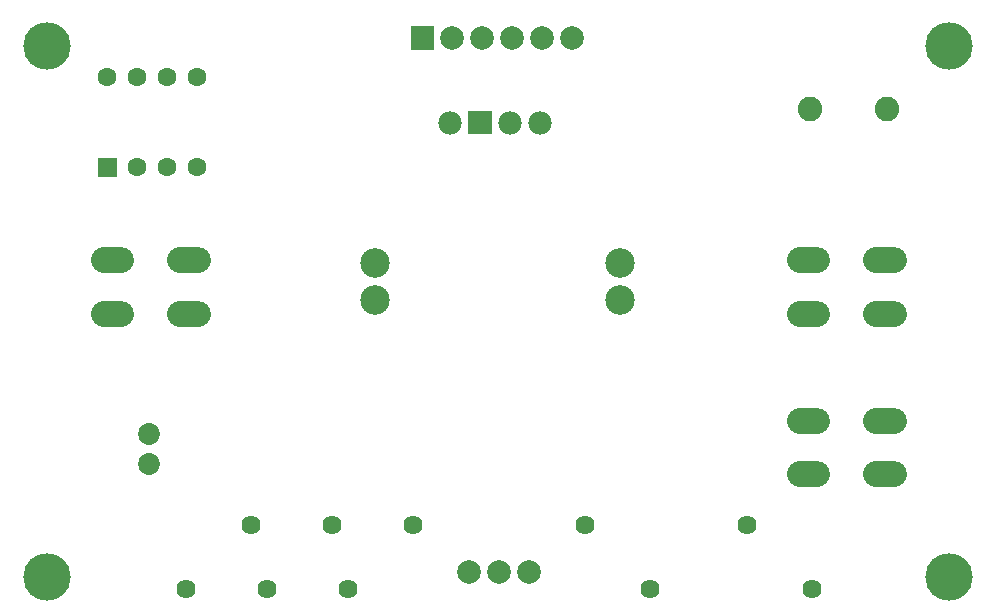
<source format=gts>
G04 Layer: TopSolderMaskLayer*
G04 EasyEDA v6.4.7, 2020-11-20T12:49:30+01:00*
G04 3459f72c1cfb4ed1b42eaf7d9b2f9cca,50b924b206514efda7368a069ed08794,10*
G04 Gerber Generator version 0.2*
G04 Scale: 100 percent, Rotated: No, Reflected: No *
G04 Dimensions in millimeters *
G04 leading zeros omitted , absolute positions ,3 integer and 3 decimal *
%FSLAX33Y33*%
%MOMM*%
G90*
D02*

%ADD40C,2.203196*%
%ADD41C,4.013200*%
%ADD42C,1.981200*%
%ADD44C,2.003196*%
%ADD46C,1.600200*%
%ADD47C,2.082800*%
%ADD49C,1.623060*%
%ADD50C,1.854200*%
%ADD51C,2.503170*%

%LPD*%
G54D40*
G01X68347Y31348D02*
G01X69847Y31348D01*
G01X68347Y26827D02*
G01X69847Y26827D01*
G01X74850Y31348D02*
G01X76350Y31348D01*
G01X74850Y26827D02*
G01X76350Y26827D01*
G01X9419Y31348D02*
G01X10919Y31348D01*
G01X9419Y26827D02*
G01X10919Y26827D01*
G01X15922Y31348D02*
G01X17422Y31348D01*
G01X15922Y26827D02*
G01X17422Y26827D01*
G01X68347Y17759D02*
G01X69847Y17759D01*
G01X68347Y13238D02*
G01X69847Y13238D01*
G01X74850Y17759D02*
G01X76350Y17759D01*
G01X74850Y13238D02*
G01X76350Y13238D01*
G54D41*
G01X4658Y49535D03*
G01X80985Y49535D03*
G01X4658Y4577D03*
G01X80985Y4577D03*
G54D42*
G01X43834Y43009D03*
G01X46374Y43009D03*
G01X38754Y43009D03*
G36*
G01X40304Y42019D02*
G01X40304Y44000D01*
G01X42285Y44000D01*
G01X42285Y42019D01*
G01X40304Y42019D01*
G37*
G54D44*
G01X40345Y4958D03*
G01X42885Y4958D03*
G01X45425Y4958D03*
G36*
G01X8937Y38447D02*
G01X8937Y40048D01*
G01X10538Y40048D01*
G01X10538Y38447D01*
G01X8937Y38447D01*
G37*
G54D46*
G01X12278Y39248D03*
G01X14818Y39248D03*
G01X17358Y39248D03*
G01X17358Y46868D03*
G01X14818Y46868D03*
G01X12278Y46868D03*
G01X9738Y46868D03*
G54D47*
G01X69224Y44201D03*
G01X75727Y44201D03*
G54D44*
G01X49108Y50170D03*
G01X46568Y50170D03*
G01X44028Y50170D03*
G01X41488Y50170D03*
G01X38948Y50170D03*
G36*
G01X35407Y49169D02*
G01X35407Y51170D01*
G01X37408Y51170D01*
G01X37408Y49169D01*
G01X35407Y49169D01*
G37*
G54D49*
G01X30114Y3490D03*
G01X35589Y8965D03*
G01X16398Y3490D03*
G01X21873Y8965D03*
G01X23256Y3490D03*
G01X28731Y8965D03*
G01X55655Y3490D03*
G01X50180Y8965D03*
G01X69371Y3490D03*
G01X63896Y8965D03*
G54D50*
G01X13294Y16642D03*
G01X13294Y14102D03*
G54D51*
G01X53158Y31096D03*
G01X53158Y27996D03*
G01X32357Y27996D03*
G01X32357Y31096D03*
M00*
M02*

</source>
